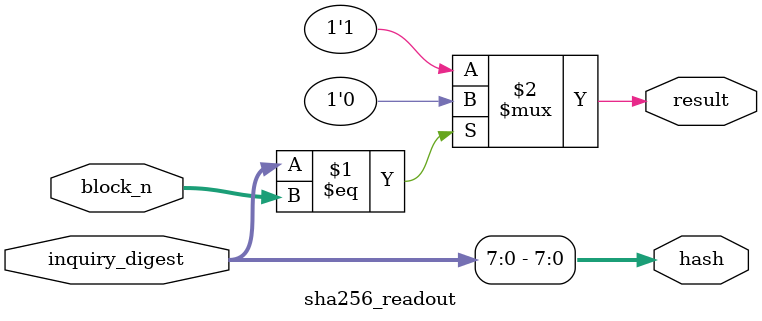
<source format=v>
module sha256_duct #(parameter Z=12)( // Z desired leading zeroes
	input wire readout, // 1 - inquiring resulting digest for last message block
	input wire reset_n,	// 1 - not acting level

	input wire inclk, // duty cycle 2 external clocking
	input wire [511:0]block_n, // 512bit message block N
	output wire result, // 0 - zeros condition is met
	output wire [7:0]hash, // digest serial output
	output wire ask // 1 - request for the next block N

);
	wire [5:0]ctrl;
	wire [5:0]i;
	wire [31:0]wi;
	wire [31:0]ki;
	wire [255:0]inquiry_digest;
		
sha256_counter tact_i_n (
	.readout( readout ),
	.reset_n( reset_n ), 

	.inclk( inclk ),
	.i( i ),
	.ctrl( ctrl )

	);

sha256_transform ki_wi (
	.ctrl( ctrl ),
	.i( i ),
	.data_in( block_n ),
	.Wi( wi ),
	.Ki( ki )
	);

sha256_round hash_i (
	.ctrl( ctrl ),
	.i( i ),
	.k( ki ), 
	.w( wi ), 
	.inquiry_digest( inquiry_digest )
	);
	
sha256_readout result_n (
	.block_n( block_n ),
	.inquiry_digest( inquiry_digest ), 
	.result( result ),
	.hash( hash )
	);

	assign ask = ctrl[5];
	
endmodule

module sha256_readout  (block_n, inquiry_digest, result, hash);
	input wire [511:0]block_n;
	input wire [255:0]inquiry_digest;
	output wire result;
	output wire [7:0]hash;

	assign result = (inquiry_digest ==	block_n) ? 1'b0:1'b1;
	assign hash = inquiry_digest[7:0];

endmodule

</source>
